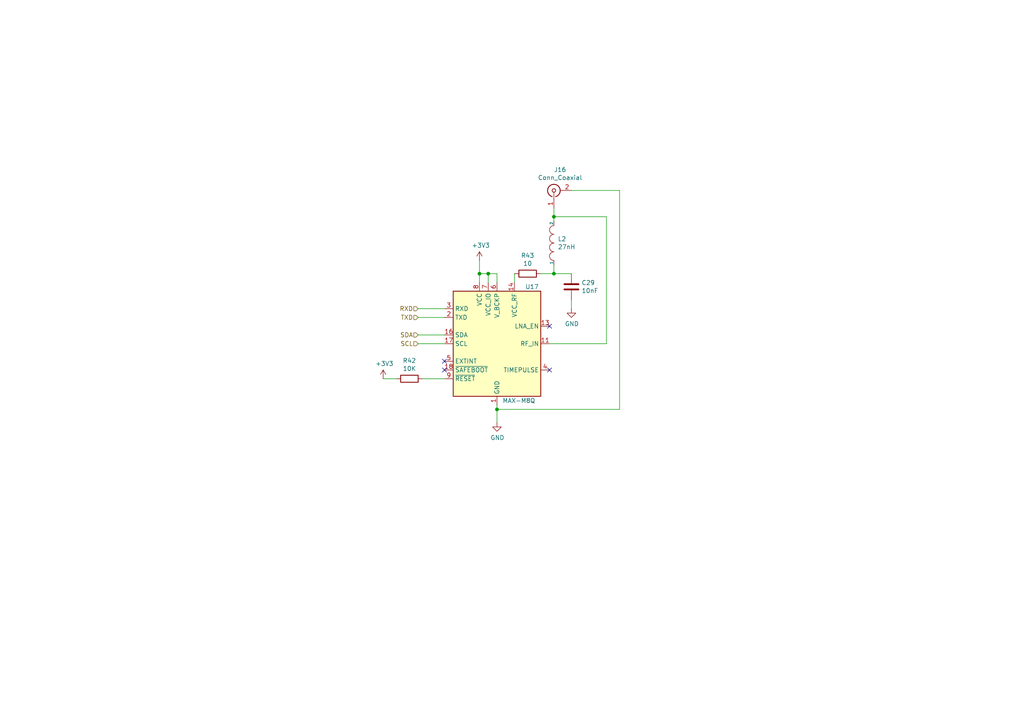
<source format=kicad_sch>
(kicad_sch (version 20211123) (generator eeschema)
  (paper "A4")
  (lib_symbols
    (symbol "Connector:Conn_Coaxial" (pin_names (offset 1.016) hide)
      (property "Reference" "J" (at 0.254 3.048 0))
      (property "Value" "Conn_Coaxial" (at 2.921 0 90))
      (symbol "Conn_Coaxial_0_1"
        (arc (start -1.778 -0.508) (mid 0.222 -1.808) (end 1.778 0) (stroke (width 0.254)))
        (polyline (pts (xy -2.54 0) (xy -0.508 0)))
        (polyline (pts (xy 0 -2.54) (xy 0 -1.778)))
        (circle (center 0 0) (radius 0.508) (stroke (width 0.2032)))
        (arc (start 1.778 0) (mid 0.222 1.8083) (end -1.778 0.508) (stroke (width 0.254)))
      )
      (symbol "Conn_Coaxial_1_1"
        (pin passive line (at -5.08 0 0) (length 2.54) (name "In") (number "1"))
        (pin passive line (at 0 -5.08 90) (length 2.54) (name "Ext") (number "2"))
      )
    )
    (symbol "Device:C" (pin_numbers hide) (pin_names (offset 0.254))
      (property "Reference" "C" (at 0.635 2.54 0))
      (property "Value" "C" (at 0.635 -2.54 0))
      (symbol "C_0_1"
        (polyline (pts (xy -2.032 -0.762) (xy 2.032 -0.762)) (stroke (width 0.508)))
        (polyline (pts (xy -2.032 0.762) (xy 2.032 0.762)) (stroke (width 0.508)))
      )
      (symbol "C_1_1"
        (pin passive line (at 0 3.81 270) (length 2.794) (name "~") (number "1"))
        (pin passive line (at 0 -3.81 90) (length 2.794) (name "~") (number "2"))
      )
    )
    (symbol "Device:R" (pin_numbers hide) (pin_names (offset 0))
      (property "Reference" "R" (at 2.032 0 90))
      (property "Value" "R" (at 0 0 90))
      (symbol "R_0_1"
        (rectangle (start -1.016 -2.54) (end 1.016 2.54) (stroke (width 0.254)))
      )
      (symbol "R_1_1"
        (pin passive line (at 0 3.81 270) (length 1.27) (name "~") (number "1"))
        (pin passive line (at 0 -3.81 90) (length 1.27) (name "~") (number "2"))
      )
    )
    (symbol "RF_GPS:MAX-M8Q"
      (property "Reference" "U" (at -10.16 16.51 0))
      (property "Value" "MAX-M8Q" (at 11.43 16.51 0))
      (symbol "MAX-M8Q_0_1"
        (rectangle (start 12.7 15.24) (end -12.7 -15.24) (stroke (width 0.254)) (fill (type background)))
      )
      (symbol "MAX-M8Q_1_1"
        (pin power_in line (at 0 -17.78 90) (length 2.54) (name "GND") (number "1"))
        (pin passive line (at 0 -17.78 90) (length 2.54) hide (name "GND") (number "10"))
        (pin input line (at 15.24 0 180) (length 2.54) (name "RF_IN") (number "11"))
        (pin passive line (at 0 -17.78 90) (length 2.54) hide (name "GND") (number "12"))
        (pin output line (at 15.24 5.08 180) (length 2.54) (name "LNA_EN") (number "13"))
        (pin power_out line (at 5.08 17.78 270) (length 2.54) (name "VCC_RF") (number "14"))
        (pin no_connect line (at 12.7 -5.08 180) (length 2.54) hide (name "Reserved") (number "15"))
        (pin bidirectional line (at -15.24 2.54 0) (length 2.54) (name "SDA") (number "16"))
        (pin input line (at -15.24 0 0) (length 2.54) (name "SCL") (number "17"))
        (pin input line (at -15.24 -7.62 0) (length 2.54) (name "~{SAFEBOOT}") (number "18"))
        (pin output line (at -15.24 7.62 0) (length 2.54) (name "TXD") (number "2"))
        (pin input line (at -15.24 10.16 0) (length 2.54) (name "RXD") (number "3"))
        (pin output line (at 15.24 -7.62 180) (length 2.54) (name "TIMEPULSE") (number "4"))
        (pin input line (at -15.24 -5.08 0) (length 2.54) (name "EXTINT") (number "5"))
        (pin power_in line (at 0 17.78 270) (length 2.54) (name "V_BCKP") (number "6"))
        (pin power_in line (at -2.54 17.78 270) (length 2.54) (name "VCC_IO") (number "7"))
        (pin power_in line (at -5.08 17.78 270) (length 2.54) (name "VCC") (number "8"))
        (pin input line (at -15.24 -10.16 0) (length 2.54) (name "~{RESET}") (number "9"))
      )
    )
    (symbol "power:+3V3" (power) (pin_names (offset 0))
      (property "Value" "+3V3" (at 0 3.556 0))
      (symbol "+3V3_0_1"
        (polyline (pts (xy -0.762 1.27) (xy 0 2.54)))
        (polyline (pts (xy 0 0) (xy 0 2.54)))
        (polyline (pts (xy 0 2.54) (xy 0.762 1.27)))
      )
      (symbol "+3V3_1_1"
        (pin power_in line (at 0 0 90) (length 0) hide (name "+3V3") (number "1"))
      )
    )
    (symbol "power:GND" (power) (pin_names (offset 0))
      (property "Value" "GND" (at 0 -3.81 0))
      (symbol "GND_0_1"
        (polyline (pts (xy 0 0) (xy 0 -1.27) (xy 1.27 -1.27) (xy 0 -2.54) (xy -1.27 -1.27) (xy 0 -1.27)))
      )
      (symbol "GND_1_1"
        (pin power_in line (at 0 0 270) (length 0) hide (name "GND") (number "1"))
      )
    )
    (symbol "pspice:INDUCTOR" (pin_numbers hide) (pin_names (offset 0))
      (property "Reference" "L" (at 0 2.54 0))
      (property "Value" "INDUCTOR" (at 0 -1.27 0))
      (symbol "INDUCTOR_0_1"
        (arc (start -2.54 0) (mid -3.81 1.27) (end -5.08 0))
        (arc (start 0 0) (mid -1.27 1.27) (end -2.54 0))
        (arc (start 2.54 0) (mid 1.27 1.27) (end 0 0))
        (arc (start 5.08 0) (mid 3.81 1.27) (end 2.54 0))
      )
      (symbol "INDUCTOR_1_1"
        (pin input line (at -6.35 0 0) (length 1.27) (name "1") (number "1"))
        (pin input line (at 6.35 0 180) (length 1.27) (name "2") (number "2"))
      )
    )
  )
  (junction (at 160.655 79.375))
  (junction (at 139.065 79.375))
  (junction (at 141.605 79.375))
  (junction (at 144.145 118.745))
  (junction (at 160.655 62.865))
  (no_connect (at 159.385 107.315))
  (no_connect (at 128.905 104.775))
  (no_connect (at 159.385 94.615))
  (no_connect (at 128.905 107.315))
  (wire (pts (xy 141.605 79.375) (xy 141.605 81.915)))
  (wire (pts (xy 149.225 79.375) (xy 149.225 81.915)))
  (wire (pts (xy 179.705 55.245) (xy 179.705 118.745)))
  (wire (pts (xy 165.735 86.995) (xy 165.735 89.535)))
  (wire (pts (xy 175.895 62.865) (xy 175.895 99.695)))
  (wire (pts (xy 139.065 79.375) (xy 141.605 79.375)))
  (wire (pts (xy 179.705 118.745) (xy 144.145 118.745)))
  (wire (pts (xy 160.655 79.375) (xy 165.735 79.375)))
  (wire (pts (xy 139.065 81.915) (xy 139.065 79.375)))
  (wire (pts (xy 114.935 109.855) (xy 111.125 109.855)))
  (wire (pts (xy 160.655 62.865) (xy 175.895 62.865)))
  (wire (pts (xy 121.285 97.155) (xy 128.905 97.155)))
  (wire (pts (xy 139.065 79.375) (xy 139.065 75.565)))
  (wire (pts (xy 165.735 55.245) (xy 179.705 55.245)))
  (wire (pts (xy 144.145 117.475) (xy 144.145 118.745)))
  (wire (pts (xy 160.655 76.835) (xy 160.655 79.375)))
  (wire (pts (xy 160.655 62.865) (xy 160.655 60.325)))
  (wire (pts (xy 144.145 79.375) (xy 144.145 81.915)))
  (wire (pts (xy 156.845 79.375) (xy 160.655 79.375)))
  (wire (pts (xy 159.385 99.695) (xy 175.895 99.695)))
  (wire (pts (xy 160.655 64.135) (xy 160.655 62.865)))
  (wire (pts (xy 144.145 118.745) (xy 144.145 122.555)))
  (wire (pts (xy 121.285 89.535) (xy 128.905 89.535)))
  (wire (pts (xy 141.605 79.375) (xy 144.145 79.375)))
  (wire (pts (xy 122.555 109.855) (xy 128.905 109.855)))
  (wire (pts (xy 128.905 92.075) (xy 121.285 92.075)))
  (wire (pts (xy 121.285 99.695) (xy 128.905 99.695)))
  (hierarchical_label "RXD" (shape input) (at 121.285 89.535 180))
  (hierarchical_label "SDA" (shape input) (at 121.285 97.155 180))
  (hierarchical_label "TXD" (shape input) (at 121.285 92.075 180))
  (hierarchical_label "SCL" (shape input) (at 121.285 99.695 180))
  (symbol (lib_id "Device:R") (at 118.745 109.855 90) (unit 1)
    (property "Reference" "R42" (at 118.745 104.5972 90))
    (property "Value" "10K" (at 118.745 106.9086 90))
    (property "Footprint" "Resistor_SMD:R_0603_1608Metric" (effects hide))
  )
  (symbol (lib_id "Connector:Conn_Coaxial") (at 160.655 55.245 90) (unit 1)
    (property "Reference" "J16" (at 162.4584 49.2252 90))
    (property "Value" "Conn_Coaxial" (at 162.4584 51.5366 90))
    (property "Footprint" "Connector_Coaxial:SMA_Molex_73251-1153_EdgeMount_Horizontal" (effects hide))
    (property "Datasheet" " ~" (effects hide))
  )
  (symbol (lib_id "power:GND") (at 144.145 122.555 0) (unit 1)
    (property "Reference" "#PWR0107" (effects hide))
    (property "Value" "GND" (at 144.272 126.9492 0))
  )
  (symbol (lib_id "power:+3V3") (at 111.125 109.855 0) (unit 1)
    (property "Reference" "#PWR0105" (effects hide))
    (property "Value" "+3V3" (at 111.506 105.4608 0))
  )
  (symbol (lib_id "power:+3V3") (at 139.065 75.565 0) (unit 1)
    (property "Reference" "#PWR0106" (effects hide))
    (property "Value" "+3V3" (at 139.446 71.1708 0))
  )
  (symbol (lib_id "pspice:INDUCTOR") (at 160.655 70.485 90) (unit 1)
    (property "Reference" "L2" (at 161.7726 69.3166 90) (effects (justify right)))
    (property "Value" "27nH" (at 161.7726 71.628 90) (effects (justify right)))
    (property "Footprint" "Inductor_SMD:L_0603_1608Metric" (effects hide))
  )
  (symbol (lib_id "Device:R") (at 153.035 79.375 270) (unit 1)
    (property "Reference" "R43" (at 153.035 74.1172 90))
    (property "Value" "10" (at 153.035 76.4286 90))
    (property "Footprint" "Resistor_SMD:R_0603_1608Metric" (effects hide))
  )
  (symbol (lib_id "Device:C") (at 165.735 83.185 0) (unit 1)
    (property "Reference" "C29" (at 168.656 82.0166 0) (effects (justify left)))
    (property "Value" "10nF" (at 168.656 84.328 0) (effects (justify left)))
    (property "Footprint" "Capacitor_SMD:C_0603_1608Metric" (effects hide))
  )
  (symbol (lib_id "RF_GPS:MAX-M8Q") (at 144.145 99.695 0) (unit 1)
    (property "Reference" "U17" (at 154.305 83.185 0))
    (property "Value" "MAX-M8Q" (at 150.495 116.205 0))
    (property "Footprint" "RF_GPS:ublox_MAX" (effects hide))
    (property "Datasheet" "https://www.u-blox.com/sites/default/files/MAX-M8-FW3_DataSheet_%28UBX-15031506%29.pdf" (effects hide))
  )
  (symbol (lib_id "power:GND") (at 165.735 89.535 0) (unit 1)
    (property "Reference" "#PWR0108" (effects hide))
    (property "Value" "GND" (at 165.862 93.9292 0))
  )
)
</source>
